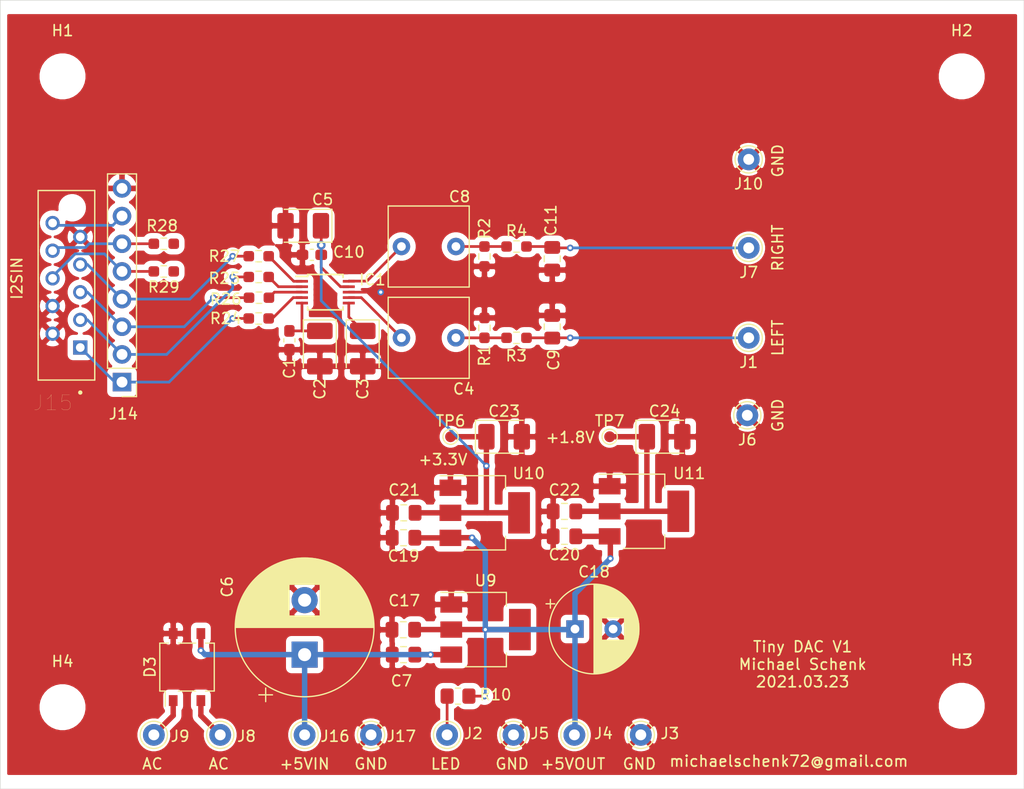
<source format=kicad_pcb>
(kicad_pcb (version 20171130) (host pcbnew 5.1.9-73d0e3b20d~88~ubuntu16.04.1)
  (layers (0 F.Cu mixed) (31 B.Cu mixed) (34 B.Paste user) (35 F.Paste user) (36 B.SilkS user) (37 F.SilkS user) (38 B.Mask user) (39 F.Mask user) (44 Edge.Cuts user))
  (net 0 "")
  (net 1 "Net-(C1-Pad2)")
  (net 2 GND)
  (net 3 +3V3)
  (net 4 "Net-(C6-Pad1)")
  (net 5 "Net-(D3-Pad2)")
  (net 6 "Net-(D3-Pad1)")
  (net 7 "Net-(J2-Pad1)")
  (net 8 +1V8)
  (net 9 "Net-(C17-Pad1)")
  (net 10 BCKA)
  (net 11 LRCKA)
  (net 12 SDOUTA)
  (net 13 "Net-(C4-Pad1)")
  (net 14 "Net-(C9-Pad2)")
  (net 15 "Net-(C3-Pad1)")
  (net 16 "Net-(C4-Pad2)")
  (net 17 "Net-(C8-Pad2)")
  (net 18 "Net-(C8-Pad1)")
  (net 19 "Net-(C11-Pad2)")
  (net 20 MCLK)
  (net 21 RESET)
  (net 22 "Net-(J14-Pad6)")
  (net 23 "Net-(J14-Pad5)")
  (net 24 "Net-(J14-Pad4)")
  (net 25 "Net-(J14-Pad3)")
  (net 26 "Net-(J14-Pad2)")
  (net 27 "Net-(J14-Pad1)")
  (module Capacitor_Tantalum_SMD:CP_EIA-3528-21_Kemet-B_Pad1.50x2.35mm_HandSolder (layer F.Cu) (at 137.287 86.588 270)
    (fp_text reference C2 (at 3.709 0 90) (layer F.SilkS))
    (fp_text value 10uF)
    (pad 2 smd roundrect (at 1.625 0 270) (size 1.5 2.35) (layers F.Cu F.Paste F.Mask) (roundrect_rratio 0.166667) (net 2 GND))
    (pad 1 smd roundrect (at -1.625 0 270) (size 1.5 2.35) (layers F.Cu F.Paste F.Mask) (roundrect_rratio 0.166667) (net 1 "Net-(C1-Pad2)"))
  )
  (module Resistor_SMD:R_0603_1608Metric_Pad0.98x0.95mm_HandSolder (layer F.Cu) (at 122.9595 79.502 180)
    (fp_text reference R29 (at 0 -1.43) (layer F.SilkS))
    (fp_text value 33R)
    (pad 2 smd roundrect (at 0.9125 0 180) (size 0.975 0.95) (layers F.Cu F.Paste F.Mask) (net 23 "Net-(J14-Pad5)"))
    (pad 1 smd roundrect (at -0.9125 0 180) (size 0.975 0.95) (layers F.Cu F.Paste F.Mask))
  )
  (module Resistor_SMD:R_0603_1608Metric_Pad0.98x0.95mm_HandSolder (layer F.Cu) (at 122.9595 76.962 180)
    (fp_text reference R28 (at 0.1505 1.651) (layer F.SilkS))
    (fp_text value 33R)
    (pad 2 smd roundrect (at 0.9125 0 180) (size 0.975 0.95) (layers F.Cu F.Paste F.Mask) (net 22 "Net-(J14-Pad6)"))
    (pad 1 smd roundrect (at -0.9125 0 180) (size 0.975 0.95) (layers F.Cu F.Paste F.Mask))
  )
  (module Resistor_SMD:R_0603_1608Metric_Pad0.98x0.95mm_HandSolder (layer F.Cu) (at 131.6755 78.105)
    (fp_text reference R27 (at -3.1515 0) (layer F.SilkS))
    (fp_text value 33R)
    (pad 2 smd roundrect (at 0.9125 0) (size 0.975 0.95) (layers F.Cu F.Paste F.Mask) (net 12 SDOUTA))
    (pad 1 smd roundrect (at -0.9125 0) (size 0.975 0.95) (layers F.Cu F.Paste F.Mask) (net 24 "Net-(J14-Pad4)"))
  )
  (module Resistor_SMD:R_0603_1608Metric_Pad0.98x0.95mm_HandSolder (layer F.Cu) (at 131.699 81.915)
    (fp_text reference R26 (at -3.048 0.127) (layer F.SilkS))
    (fp_text value 33R)
    (pad 2 smd roundrect (at 0.9125 0) (size 0.975 0.95) (layers F.Cu F.Paste F.Mask) (net 11 LRCKA))
    (pad 1 smd roundrect (at -0.9125 0) (size 0.975 0.95) (layers F.Cu F.Paste F.Mask) (net 25 "Net-(J14-Pad3)"))
  )
  (module Resistor_SMD:R_0603_1608Metric_Pad0.98x0.95mm_HandSolder (layer F.Cu) (at 131.6755 80.01)
    (fp_text reference R25 (at -3.1515 0.127) (layer F.SilkS))
    (fp_text value 33R)
    (pad 2 smd roundrect (at 0.9125 0) (size 0.975 0.95) (layers F.Cu F.Paste F.Mask) (net 10 BCKA))
    (pad 1 smd roundrect (at -0.9125 0) (size 0.975 0.95) (layers F.Cu F.Paste F.Mask) (net 26 "Net-(J14-Pad2)"))
  )
  (module Resistor_SMD:R_0603_1608Metric_Pad0.98x0.95mm_HandSolder (layer F.Cu) (at 131.6755 83.82)
    (fp_text reference R24 (at -3.0245 0) (layer F.SilkS))
    (fp_text value 33R)
    (pad 2 smd roundrect (at 0.9125 0) (size 0.975 0.95) (layers F.Cu F.Paste F.Mask) (net 20 MCLK))
    (pad 1 smd roundrect (at -0.9125 0) (size 0.975 0.95) (layers F.Cu F.Paste F.Mask) (net 27 "Net-(J14-Pad1)"))
  )
  (module Resistor_SMD:R_0603_1608Metric_Pad0.98x0.95mm_HandSolder (layer F.Cu) (at 155.3445 77.216)
    (fp_text reference R4 (at 0 -1.43) (layer F.SilkS))
    (fp_text value 470R)
    (pad 2 smd roundrect (at 0.9125 0) (size 0.975 0.95) (layers F.Cu F.Paste F.Mask) (net 19 "Net-(C11-Pad2)"))
    (pad 1 smd roundrect (at -0.9125 0) (size 0.975 0.95) (layers F.Cu F.Paste F.Mask) (net 18 "Net-(C8-Pad1)"))
  )
  (module Resistor_SMD:R_0603_1608Metric_Pad0.98x0.95mm_HandSolder (layer F.Cu) (at 152.4 78.1285 90)
    (fp_text reference R2 (at 2.5635 0 90) (layer F.SilkS))
    (fp_text value 10k)
    (pad 2 smd roundrect (at 0.9125 0 90) (size 0.975 0.95) (layers F.Cu F.Paste F.Mask) (net 18 "Net-(C8-Pad1)"))
    (pad 1 smd roundrect (at -0.9125 0 90) (size 0.975 0.95) (layers F.Cu F.Paste F.Mask) (net 2 GND))
  )
  (module Resistor_SMD:R_0603_1608Metric_Pad0.98x0.95mm_HandSolder (layer F.Cu) (at 152.4 84.6855 270)
    (fp_text reference R1 (at 2.5635 0 90) (layer F.SilkS))
    (fp_text value 10k)
    (pad 2 smd roundrect (at 0.9125 0 270) (size 0.975 0.95) (layers F.Cu F.Paste F.Mask) (net 13 "Net-(C4-Pad1)"))
    (pad 1 smd roundrect (at -0.9125 0 270) (size 0.975 0.95) (layers F.Cu F.Paste F.Mask) (net 2 GND))
  )
  (module kicad-snk:TE_CONN_RCPT_10POS_0.1_TIN_PCB (layer F.Cu) (at 115.294 86.49 90)
    (fp_text reference J15 (at -5.077 -2.518 180) (layer F.SilkS) (effects (font (size 1.40137 1.40137) (thickness 0.015))))
    (fp_text value A)
    (pad 1 thru_hole rect (at 0 0 90) (size 1.308 1.308) (drill 0.8) (layers *.Cu *.Mask) (net 27 "Net-(J14-Pad1)"))
    (pad 2 thru_hole circle (at 1.27 -2.54 90) (size 1.308 1.308) (drill 0.8) (layers *.Cu *.Mask) (net 2 GND))
    (pad 3 thru_hole circle (at 2.54 0 90) (size 1.308 1.308) (drill 0.8) (layers *.Cu *.Mask) (net 26 "Net-(J14-Pad2)"))
    (pad 4 thru_hole circle (at 3.81 -2.54 90) (size 1.308 1.308) (drill 0.8) (layers *.Cu *.Mask) (net 2 GND))
    (pad 5 thru_hole circle (at 5.08 0 90) (size 1.308 1.308) (drill 0.8) (layers *.Cu *.Mask) (net 25 "Net-(J14-Pad3)"))
    (pad 6 thru_hole circle (at 6.35 -2.54 90) (size 1.308 1.308) (drill 0.8) (layers *.Cu *.Mask) (net 23 "Net-(J14-Pad5)"))
    (pad 7 thru_hole circle (at 7.62 0 90) (size 1.308 1.308) (drill 0.8) (layers *.Cu *.Mask) (net 24 "Net-(J14-Pad4)"))
    (pad 8 thru_hole circle (at 8.89 -2.54 90) (size 1.308 1.308) (drill 0.8) (layers *.Cu *.Mask) (net 22 "Net-(J14-Pad6)"))
    (pad 9 thru_hole circle (at 10.16 0 90) (size 1.308 1.308) (drill 0.8) (layers *.Cu *.Mask) (net 2 GND))
    (pad 10 thru_hole circle (at 11.43 -2.54 90) (size 1.308 1.308) (drill 0.8) (layers *.Cu *.Mask) (net 21 RESET))
    (pad None np_thru_hole circle (at 12.83 -0.74 90) (size 1.5 1.5) (drill 1.5) (layers *.Cu *.Mask))
  )
  (module Connector_PinHeader_2.54mm:PinHeader_1x08_P2.54mm_Vertical (layer F.Cu) (at 119.126 89.662 180)
    (fp_text reference J14 (at -0.127 -2.921) (layer F.SilkS))
    (fp_text value PORTA)
    (pad 8 thru_hole oval (at 0 17.78 180) (size 1.7 1.7) (drill 1) (layers *.Cu *.Mask) (net 2 GND))
    (pad 7 thru_hole oval (at 0 15.24 180) (size 1.7 1.7) (drill 1) (layers *.Cu *.Mask) (net 21 RESET))
    (pad 6 thru_hole oval (at 0 12.7 180) (size 1.7 1.7) (drill 1) (layers *.Cu *.Mask) (net 22 "Net-(J14-Pad6)"))
    (pad 5 thru_hole oval (at 0 10.16 180) (size 1.7 1.7) (drill 1) (layers *.Cu *.Mask) (net 23 "Net-(J14-Pad5)"))
    (pad 4 thru_hole oval (at 0 7.62 180) (size 1.7 1.7) (drill 1) (layers *.Cu *.Mask) (net 24 "Net-(J14-Pad4)"))
    (pad 3 thru_hole oval (at 0 5.08 180) (size 1.7 1.7) (drill 1) (layers *.Cu *.Mask) (net 25 "Net-(J14-Pad3)"))
    (pad 2 thru_hole oval (at 0 2.54 180) (size 1.7 1.7) (drill 1) (layers *.Cu *.Mask) (net 26 "Net-(J14-Pad2)"))
    (pad 1 thru_hole rect (at 0 0 180) (size 1.7 1.7) (drill 1) (layers *.Cu *.Mask) (net 27 "Net-(J14-Pad1)"))
  )
  (module Connector_Pin:Pin_D1.0mm_L10.0mm (layer F.Cu) (at 176.657 77.343)
    (fp_text reference J7 (at 0 2.25) (layer F.SilkS))
    (fp_text value RIGHT)
    (pad 1 thru_hole circle (at 0 0) (size 2 2) (drill 1) (layers *.Cu *.Mask) (net 19 "Net-(C11-Pad2)"))
  )
  (module Connector_Pin:Pin_D1.0mm_L10.0mm (layer F.Cu) (at 176.53 92.71)
    (fp_text reference J6 (at 0 2.25) (layer F.SilkS))
    (fp_text value GND)
    (pad 1 thru_hole circle (at 0 0) (size 2 2) (drill 1) (layers *.Cu *.Mask) (net 2 GND))
  )
  (module Connector_Pin:Pin_D1.0mm_L10.0mm (layer F.Cu) (at 176.657 85.598)
    (fp_text reference J1 (at 0 2.25) (layer F.SilkS))
    (fp_text value LEFT)
    (pad 1 thru_hole circle (at 0 0) (size 2 2) (drill 1) (layers *.Cu *.Mask) (net 14 "Net-(C9-Pad2)"))
  )
  (module Package_SO:TSSOP-10_3x3mm_P0.5mm (layer F.Cu) (at 137.795 81.407)
    (fp_text reference IC1 (at 4.318 -1.143) (layer F.SilkS))
    (fp_text value CS4344)
    (pad 10 smd rect (at 2.15 -1) (size 1.1 0.25) (layers F.Cu F.Paste F.Mask) (net 17 "Net-(C8-Pad2)"))
    (pad 9 smd rect (at 2.15 -0.5) (size 1.1 0.25) (layers F.Cu F.Paste F.Mask) (net 3 +3V3))
    (pad 8 smd rect (at 2.15 0) (size 1.1 0.25) (layers F.Cu F.Paste F.Mask) (net 2 GND))
    (pad 7 smd rect (at 2.15 0.5) (size 1.1 0.25) (layers F.Cu F.Paste F.Mask) (net 16 "Net-(C4-Pad2)"))
    (pad 6 smd rect (at 2.15 1) (size 1.1 0.25) (layers F.Cu F.Paste F.Mask) (net 15 "Net-(C3-Pad1)"))
    (pad 5 smd rect (at -2.15 1) (size 1.1 0.25) (layers F.Cu F.Paste F.Mask) (net 1 "Net-(C1-Pad2)"))
    (pad 4 smd rect (at -2.15 0.5) (size 1.1 0.25) (layers F.Cu F.Paste F.Mask) (net 20 MCLK))
    (pad 3 smd rect (at -2.15 0) (size 1.1 0.25) (layers F.Cu F.Paste F.Mask) (net 11 LRCKA))
    (pad 2 smd rect (at -2.15 -0.5) (size 1.1 0.25) (layers F.Cu F.Paste F.Mask) (net 10 BCKA))
    (pad 1 smd rect (at -2.15 -1) (size 1.1 0.25) (layers F.Cu F.Paste F.Mask) (net 12 SDOUTA))
  )
  (module Capacitor_SMD:C_0805_2012Metric_Pad1.18x1.45mm_HandSolder (layer F.Cu) (at 158.623 78.3375 90)
    (fp_text reference C11 (at 3.5345 -0.127 90) (layer F.SilkS))
    (fp_text value 2.7nF)
    (pad 2 smd roundrect (at 1.0375 0 90) (size 1.175 1.45) (layers F.Cu F.Paste F.Mask) (roundrect_rratio 0.212766) (net 19 "Net-(C11-Pad2)"))
    (pad 1 smd roundrect (at -1.0375 0 90) (size 1.175 1.45) (layers F.Cu F.Paste F.Mask) (roundrect_rratio 0.212766) (net 2 GND))
  )
  (module Capacitor_Tantalum_SMD:CP_EIA-3528-21_Kemet-B_Pad1.50x2.35mm_HandSolder (layer F.Cu) (at 135.763 75.311 180)
    (fp_text reference C10 (at -4.191 -2.413) (layer F.SilkS))
    (fp_text value 10uF)
    (pad 2 smd roundrect (at 1.625 0 180) (size 1.5 2.35) (layers F.Cu F.Paste F.Mask) (roundrect_rratio 0.166667) (net 2 GND))
    (pad 1 smd roundrect (at -1.625 0 180) (size 1.5 2.35) (layers F.Cu F.Paste F.Mask) (roundrect_rratio 0.166667) (net 3 +3V3))
  )
  (module Capacitor_THT:C_Rect_L7.2mm_W7.2mm_P5.00mm_FKS2_FKP2_MKS2_MKP2 (layer F.Cu) (at 149.78 77.216 180)
    (fp_text reference C8 (at -0.334 4.572) (layer F.SilkS))
    (fp_text value 3.3uF)
    (pad 2 thru_hole circle (at 5 0 180) (size 1.6 1.6) (drill 0.8) (layers *.Cu *.Mask) (net 17 "Net-(C8-Pad2)"))
    (pad 1 thru_hole circle (at 0 0 180) (size 1.6 1.6) (drill 0.8) (layers *.Cu *.Mask) (net 18 "Net-(C8-Pad1)"))
  )
  (module Capacitor_SMD:C_0603_1608Metric_Pad1.08x0.95mm_HandSolder (layer F.Cu) (at 136.5515 77.978)
    (fp_text reference C5 (at 0.9895 -5.08) (layer F.SilkS))
    (fp_text value 100nF)
    (pad 2 smd roundrect (at 0.8625 0) (size 1.075 0.95) (layers F.Cu F.Paste F.Mask) (net 3 +3V3))
    (pad 1 smd roundrect (at -0.8625 0) (size 1.075 0.95) (layers F.Cu F.Paste F.Mask) (net 2 GND))
  )
  (module Capacitor_THT:C_Rect_L7.2mm_W7.2mm_P5.00mm_FKS2_FKP2_MKS2_MKP2 (layer F.Cu) (at 149.78 85.598 180)
    (fp_text reference C4 (at -0.715 -4.699) (layer F.SilkS))
    (fp_text value 3.3uF)
    (pad 2 thru_hole circle (at 5 0 180) (size 1.6 1.6) (drill 0.8) (layers *.Cu *.Mask) (net 16 "Net-(C4-Pad2)"))
    (pad 1 thru_hole circle (at 0 0 180) (size 1.6 1.6) (drill 0.8) (layers *.Cu *.Mask) (net 13 "Net-(C4-Pad1)"))
  )
  (module Capacitor_Tantalum_SMD:CP_EIA-3528-21_Kemet-B_Pad1.50x2.35mm_HandSolder (layer F.Cu) (at 141.224 86.588 270)
    (fp_text reference C3 (at 3.709 0 90) (layer F.SilkS))
    (fp_text value 10uF)
    (pad 2 smd roundrect (at 1.625 0 270) (size 1.5 2.35) (layers F.Cu F.Paste F.Mask) (roundrect_rratio 0.166667) (net 2 GND))
    (pad 1 smd roundrect (at -1.625 0 270) (size 1.5 2.35) (layers F.Cu F.Paste F.Mask) (roundrect_rratio 0.166667) (net 15 "Net-(C3-Pad1)"))
  )
  (module Resistor_SMD:R_0603_1608Metric_Pad0.98x0.95mm_HandSolder (layer F.Cu) (at 155.3445 85.598)
    (fp_text reference R3 (at -0.0235 1.651) (layer F.SilkS))
    (fp_text value 470R)
    (pad 2 smd roundrect (at 0.9125 0) (size 0.975 0.95) (layers F.Cu F.Paste F.Mask) (net 14 "Net-(C9-Pad2)"))
    (pad 1 smd roundrect (at -0.9125 0) (size 0.975 0.95) (layers F.Cu F.Paste F.Mask) (net 13 "Net-(C4-Pad1)"))
  )
  (module Connector_Pin:Pin_D1.0mm_L10.0mm (layer F.Cu) (at 176.657 69.215)
    (fp_text reference J10 (at 0 2.25) (layer F.SilkS))
    (fp_text value GND)
    (pad 1 thru_hole circle (at 0 0) (size 2 2) (drill 1) (layers *.Cu *.Mask) (net 2 GND))
  )
  (module Capacitor_SMD:C_0805_2012Metric_Pad1.18x1.45mm_HandSolder (layer F.Cu) (at 158.623 84.582 270)
    (fp_text reference C9 (at 3.048 -0.127 90) (layer F.SilkS))
    (fp_text value 2.7nF)
    (pad 2 smd roundrect (at 1.0375 0 270) (size 1.175 1.45) (layers F.Cu F.Paste F.Mask) (roundrect_rratio 0.212766) (net 14 "Net-(C9-Pad2)"))
    (pad 1 smd roundrect (at -1.0375 0 270) (size 1.175 1.45) (layers F.Cu F.Paste F.Mask) (roundrect_rratio 0.212766) (net 2 GND))
  )
  (module Capacitor_SMD:C_0603_1608Metric_Pad1.08x0.95mm_HandSolder (layer F.Cu) (at 134.493 85.8255 90)
    (fp_text reference C1 (at -2.5665 0 90) (layer F.SilkS))
    (fp_text value 100nF)
    (pad 2 smd roundrect (at 0.8625 0 90) (size 1.075 0.95) (layers F.Cu F.Paste F.Mask) (net 1 "Net-(C1-Pad2)"))
    (pad 1 smd roundrect (at -0.8625 0 90) (size 1.075 0.95) (layers F.Cu F.Paste F.Mask) (net 2 GND))
  )
  (module Connector_Pin:Pin_D1.0mm_L10.0mm (layer F.Cu) (at 141.986 122.047)
    (fp_text reference J17 (at 2.794 0.127) (layer F.SilkS))
    (fp_text value GND)
    (pad 1 thru_hole circle (at 0 0) (size 2 2) (drill 1) (layers *.Cu *.Mask) (net 2 GND))
  )
  (module Connector_Pin:Pin_D1.0mm_L10.0mm (layer F.Cu) (at 135.89 122.047)
    (fp_text reference J16 (at 2.794 0.127) (layer F.SilkS))
    (fp_text value +5VIN)
    (pad 1 thru_hole circle (at 0 0) (size 2 2) (drill 1) (layers *.Cu *.Mask) (net 4 "Net-(C6-Pad1)"))
  )
  (module Package_TO_SOT_SMD:SOT-223-3_TabPin2 (layer F.Cu) (at 167.0435 101.5225)
    (fp_text reference U11 (at 4.1525 -3.4785) (layer F.SilkS))
    (fp_text value TLV1117-18)
    (pad 1 smd rect (at -3.15 -2.3) (size 2 1.5) (layers F.Cu F.Paste F.Mask) (net 2 GND))
    (pad 3 smd rect (at -3.15 2.3) (size 2 1.5) (layers F.Cu F.Paste F.Mask) (net 9 "Net-(C17-Pad1)"))
    (pad 2 smd rect (at -3.15 0) (size 2 1.5) (layers F.Cu F.Paste F.Mask) (net 8 +1V8))
    (pad 2 smd rect (at 3.15 0) (size 2 3.8) (layers F.Cu F.Paste F.Mask) (net 8 +1V8))
  )
  (module Package_TO_SOT_SMD:SOT-223-3_TabPin2 (layer F.Cu) (at 152.425 101.6635)
    (fp_text reference U10 (at 4.039 -3.6195) (layer F.SilkS))
    (fp_text value TLV1117-33)
    (pad 1 smd rect (at -3.15 -2.3) (size 2 1.5) (layers F.Cu F.Paste F.Mask) (net 2 GND))
    (pad 3 smd rect (at -3.15 2.3) (size 2 1.5) (layers F.Cu F.Paste F.Mask) (net 9 "Net-(C17-Pad1)"))
    (pad 2 smd rect (at -3.15 0) (size 2 1.5) (layers F.Cu F.Paste F.Mask) (net 3 +3V3))
    (pad 2 smd rect (at 3.15 0) (size 2 3.8) (layers F.Cu F.Paste F.Mask) (net 3 +3V3))
  )
  (module Package_TO_SOT_SMD:SOT-223-3_TabPin2 (layer F.Cu) (at 152.502 112.381)
    (fp_text reference U9 (at 0 -4.5) (layer F.SilkS))
    (fp_text value TLV1117-50)
    (pad 1 smd rect (at -3.15 -2.3) (size 2 1.5) (layers F.Cu F.Paste F.Mask) (net 2 GND))
    (pad 3 smd rect (at -3.15 2.3) (size 2 1.5) (layers F.Cu F.Paste F.Mask) (net 4 "Net-(C6-Pad1)"))
    (pad 2 smd rect (at -3.15 0) (size 2 1.5) (layers F.Cu F.Paste F.Mask) (net 9 "Net-(C17-Pad1)"))
    (pad 2 smd rect (at 3.15 0) (size 2 3.8) (layers F.Cu F.Paste F.Mask) (net 9 "Net-(C17-Pad1)"))
  )
  (module TestPoint:TestPoint_Pad_D1.0mm (layer F.Cu) (at 163.8935 94.6785)
    (fp_text reference TP7 (at 0 -1.448) (layer F.SilkS))
    (fp_text value 1.8V)
    (pad 1 smd circle (at 0 0) (size 1 1) (layers F.Cu F.Mask) (net 8 +1V8))
  )
  (module TestPoint:TestPoint_Pad_D1.0mm (layer F.Cu) (at 149.2885 94.6785)
    (fp_text reference TP6 (at 0 -1.448) (layer F.SilkS))
    (fp_text value 3.3V)
    (pad 1 smd circle (at 0 0) (size 1 1) (layers F.Cu F.Mask) (net 3 +3V3))
  )
  (module Capacitor_Tantalum_SMD:CP_EIA-3528-21_Kemet-B_Pad1.50x2.35mm_HandSolder (layer F.Cu) (at 168.936 94.6785)
    (fp_text reference C24 (at 0 -2.35) (layer F.SilkS))
    (fp_text value 10uF)
    (pad 2 smd roundrect (at 1.625 0) (size 1.5 2.35) (layers F.Cu F.Paste F.Mask) (roundrect_rratio 0.1666666666666667) (net 2 GND))
    (pad 1 smd roundrect (at -1.625 0) (size 1.5 2.35) (layers F.Cu F.Paste F.Mask) (roundrect_rratio 0.1666666666666667) (net 8 +1V8))
  )
  (module Capacitor_Tantalum_SMD:CP_EIA-3528-21_Kemet-B_Pad1.50x2.35mm_HandSolder (layer F.Cu) (at 154.204 94.6785)
    (fp_text reference C23 (at 0 -2.35) (layer F.SilkS))
    (fp_text value 10uF)
    (pad 2 smd roundrect (at 1.625 0) (size 1.5 2.35) (layers F.Cu F.Paste F.Mask) (roundrect_rratio 0.1666666666666667) (net 2 GND))
    (pad 1 smd roundrect (at -1.625 0) (size 1.5 2.35) (layers F.Cu F.Paste F.Mask) (roundrect_rratio 0.1666666666666667) (net 3 +3V3))
  )
  (module Capacitor_SMD:C_0805_2012Metric_Pad1.18x1.45mm_HandSolder (layer F.Cu) (at 159.7445 101.5365 180)
    (fp_text reference C22 (at 0 1.9685) (layer F.SilkS))
    (fp_text value 100nF)
    (pad 2 smd roundrect (at 1.0375 0 180) (size 1.175 1.45) (layers F.Cu F.Paste F.Mask) (roundrect_rratio 0.2127659574468085) (net 2 GND))
    (pad 1 smd roundrect (at -1.0375 0 180) (size 1.175 1.45) (layers F.Cu F.Paste F.Mask) (roundrect_rratio 0.2127659574468085) (net 8 +1V8))
  )
  (module Capacitor_SMD:C_0805_2012Metric_Pad1.18x1.45mm_HandSolder (layer F.Cu) (at 144.992 101.6635 180)
    (fp_text reference C21 (at -0.042 2.0955) (layer F.SilkS))
    (fp_text value 100nF)
    (pad 2 smd roundrect (at 1.0375 0 180) (size 1.175 1.45) (layers F.Cu F.Paste F.Mask) (roundrect_rratio 0.2127659574468085) (net 2 GND))
    (pad 1 smd roundrect (at -1.0375 0 180) (size 1.175 1.45) (layers F.Cu F.Paste F.Mask) (roundrect_rratio 0.2127659574468085) (net 3 +3V3))
  )
  (module Capacitor_SMD:C_0805_2012Metric_Pad1.18x1.45mm_HandSolder (layer F.Cu) (at 159.7445 103.8225 180)
    (fp_text reference C20 (at 0 -1.68) (layer F.SilkS))
    (fp_text value 330nF)
    (pad 2 smd roundrect (at 1.0375 0 180) (size 1.175 1.45) (layers F.Cu F.Paste F.Mask) (roundrect_rratio 0.2127659574468085) (net 2 GND))
    (pad 1 smd roundrect (at -1.0375 0 180) (size 1.175 1.45) (layers F.Cu F.Paste F.Mask) (roundrect_rratio 0.2127659574468085) (net 9 "Net-(C17-Pad1)"))
  )
  (module Capacitor_SMD:C_0805_2012Metric_Pad1.18x1.45mm_HandSolder (layer F.Cu) (at 144.9705 103.9495 180)
    (fp_text reference C19 (at 0 -1.68) (layer F.SilkS))
    (fp_text value 330nF)
    (pad 2 smd roundrect (at 1.0375 0 180) (size 1.175 1.45) (layers F.Cu F.Paste F.Mask) (roundrect_rratio 0.2127659574468085) (net 2 GND))
    (pad 1 smd roundrect (at -1.0375 0 180) (size 1.175 1.45) (layers F.Cu F.Paste F.Mask) (roundrect_rratio 0.2127659574468085) (net 9 "Net-(C17-Pad1)"))
  )
  (module Capacitor_THT:CP_Radial_D8.0mm_P3.50mm (layer F.Cu) (at 160.711 112.3315)
    (fp_text reference C18 (at 1.75 -5.25) (layer F.SilkS))
    (fp_text value 100uF)
    (pad 2 thru_hole circle (at 3.5 0) (size 1.6 1.6) (drill 0.8) (layers *.Cu *.Mask) (net 2 GND))
    (pad 1 thru_hole rect (at 0 0) (size 1.6 1.6) (drill 0.8) (layers *.Cu *.Mask) (net 9 "Net-(C17-Pad1)"))
  )
  (module Capacitor_SMD:C_0805_2012Metric_Pad1.18x1.45mm_HandSolder (layer F.Cu) (at 144.949 112.395 180)
    (fp_text reference C17 (at -0.085 2.667) (layer F.SilkS))
    (fp_text value 100nF)
    (pad 2 smd roundrect (at 1.0375 0 180) (size 1.175 1.45) (layers F.Cu F.Paste F.Mask) (roundrect_rratio 0.2127659574468085) (net 2 GND))
    (pad 1 smd roundrect (at -1.0375 0 180) (size 1.175 1.45) (layers F.Cu F.Paste F.Mask) (roundrect_rratio 0.2127659574468085) (net 9 "Net-(C17-Pad1)"))
  )
  (module Resistor_SMD:R_0805_2012Metric_Pad1.20x1.40mm_HandSolder (layer F.Cu) (at 149.971 118.491)
    (fp_text reference R10 (at 3.445 -0.127) (layer F.SilkS))
    (fp_text value 330R)
    (pad 2 smd roundrect (at 1 0) (size 1.2 1.4) (layers F.Cu F.Paste F.Mask) (roundrect_rratio 0.2083325) (net 9 "Net-(C17-Pad1)"))
    (pad 1 smd roundrect (at -1 0) (size 1.2 1.4) (layers F.Cu F.Paste F.Mask) (roundrect_rratio 0.2083325) (net 7 "Net-(J2-Pad1)"))
  )
  (module Connector_Pin:Pin_D1.0mm_L10.0mm (layer F.Cu) (at 122.047 122.047)
    (fp_text reference J9 (at 2.413 0.127) (layer F.SilkS))
    (fp_text value AC)
    (pad 1 thru_hole circle (at 0 0) (size 2 2) (drill 1) (layers *.Cu *.Mask) (net 6 "Net-(D3-Pad1)"))
  )
  (module Connector_Pin:Pin_D1.0mm_L10.0mm (layer F.Cu) (at 128.143 122.047)
    (fp_text reference J8 (at 2.413 0.127) (layer F.SilkS))
    (fp_text value AC)
    (pad 1 thru_hole circle (at 0 0) (size 2 2) (drill 1) (layers *.Cu *.Mask) (net 5 "Net-(D3-Pad2)"))
  )
  (module Connector_Pin:Pin_D1.0mm_L10.0mm (layer F.Cu) (at 155.067 122.047)
    (fp_text reference J5 (at 2.413 -0.127) (layer F.SilkS))
    (fp_text value GND)
    (pad 1 thru_hole circle (at 0 0) (size 2 2) (drill 1) (layers *.Cu *.Mask) (net 2 GND))
  )
  (module Connector_Pin:Pin_D1.0mm_L10.0mm (layer F.Cu) (at 160.655 122.047)
    (fp_text reference J4 (at 2.667 -0.127) (layer F.SilkS))
    (fp_text value +5VOUT)
    (pad 1 thru_hole circle (at 0 0) (size 2 2) (drill 1) (layers *.Cu *.Mask) (net 9 "Net-(C17-Pad1)"))
  )
  (module Connector_Pin:Pin_D1.0mm_L10.0mm (layer F.Cu) (at 166.751 122.047)
    (fp_text reference J3 (at 2.667 -0.127) (layer F.SilkS))
    (fp_text value GND)
    (pad 1 thru_hole circle (at 0 0) (size 2 2) (drill 1) (layers *.Cu *.Mask) (net 2 GND))
  )
  (module Connector_Pin:Pin_D1.0mm_L10.0mm (layer F.Cu) (at 148.971 122.047)
    (fp_text reference J2 (at 2.413 -0.127) (layer F.SilkS))
    (fp_text value LED)
    (pad 1 thru_hole circle (at 0 0) (size 2 2) (drill 1) (layers *.Cu *.Mask) (net 7 "Net-(J2-Pad1)"))
  )
  (module MountingHole:MountingHole_3.2mm_M3 (layer F.Cu) (at 113.665 119.507)
    (fp_text reference H4 (at 0 -4.2) (layer F.SilkS))
    (fp_text value MountingHole)
    (pad 1 np_thru_hole circle (at 0 0) (size 3.2 3.2) (drill 3.2) (layers *.Cu *.Mask))
  )
  (module MountingHole:MountingHole_3.2mm_M3 (layer F.Cu) (at 196.215 119.38)
    (fp_text reference H3 (at 0 -4.2) (layer F.SilkS))
    (fp_text value MountingHole)
    (pad 1 np_thru_hole circle (at 0 0) (size 3.2 3.2) (drill 3.2) (layers *.Cu *.Mask))
  )
  (module MountingHole:MountingHole_3.2mm_M3 (layer F.Cu) (at 196.215 61.595)
    (fp_text reference H2 (at 0 -4.2) (layer F.SilkS))
    (fp_text value MountingHole)
    (pad 1 np_thru_hole circle (at 0 0) (size 3.2 3.2) (drill 3.2) (layers *.Cu *.Mask))
  )
  (module MountingHole:MountingHole_3.2mm_M3 (layer F.Cu) (at 113.665 61.595)
    (fp_text reference H1 (at 0 -4.2) (layer F.SilkS))
    (fp_text value MountingHole)
    (pad 1 np_thru_hole circle (at 0 0) (size 3.2 3.2) (drill 3.2) (layers *.Cu *.Mask))
  )
  (module Package_TO_SOT_SMD:TO-269AA (layer F.Cu) (at 125.095 115.824 90)
    (fp_text reference D3 (at 0 -3.4 90) (layer F.SilkS))
    (fp_text value MB4S)
    (pad 4 smd rect (at 3.075 -1.27 90) (size 1 0.8) (layers F.Cu F.Paste F.Mask) (net 2 GND))
    (pad 3 smd rect (at 3.075 1.27 90) (size 1 0.8) (layers F.Cu F.Paste F.Mask) (net 4 "Net-(C6-Pad1)"))
    (pad 2 smd rect (at -3.075 1.27 90) (size 1 0.8) (layers F.Cu F.Paste F.Mask) (net 5 "Net-(D3-Pad2)"))
    (pad 1 smd rect (at -3.075 -1.27 90) (size 1 0.8) (layers F.Cu F.Paste F.Mask) (net 6 "Net-(D3-Pad1)"))
  )
  (module Capacitor_SMD:C_0805_2012Metric_Pad1.18x1.45mm_HandSolder (layer F.Cu) (at 144.9705 114.681 180)
    (fp_text reference C7 (at 0.1905 -2.413) (layer F.SilkS))
    (fp_text value 330nF)
    (pad 2 smd roundrect (at 1.0375 0 180) (size 1.175 1.45) (layers F.Cu F.Paste F.Mask) (roundrect_rratio 0.2127659574468085) (net 2 GND))
    (pad 1 smd roundrect (at -1.0375 0 180) (size 1.175 1.45) (layers F.Cu F.Paste F.Mask) (roundrect_rratio 0.2127659574468085) (net 4 "Net-(C6-Pad1)"))
  )
  (module Capacitor_THT:CP_Radial_D12.5mm_P5.00mm (layer F.Cu) (at 135.89 114.681 90)
    (fp_text reference C6 (at 6.223 -7.112 90) (layer F.SilkS))
    (fp_text value 1000uF)
    (pad 2 thru_hole circle (at 5 0 90) (size 2.4 2.4) (drill 1.2) (layers *.Cu *.Mask) (net 2 GND))
    (pad 1 thru_hole rect (at 0 0 90) (size 2.4 2.4) (drill 1.2) (layers *.Cu *.Mask) (net 4 "Net-(C6-Pad1)"))
  )
  (gr_text I2SIN (at 109.474 80.137 90) (layer F.SilkS) (effects (font (size 1 1))))
  (gr_text LEFT (at 179.324 85.598 90) (layer F.SilkS) (effects (font (size 1 1))))
  (gr_text GND (at 179.324 92.71 90) (layer F.SilkS) (effects (font (size 1 1))))
  (gr_text GND (at 179.324 69.342 90) (layer F.SilkS) (effects (font (size 1 1))))
  (gr_text RIGHT (at 179.324 77.343 90) (layer F.SilkS) (effects (font (size 1 1))))
  (gr_text +3.3V (at 148.59 96.774) (layer F.SilkS) (effects (font (size 1 1))))
  (gr_text +1.8V (at 160.274 94.742) (layer F.SilkS) (effects (font (size 1 1))))
  (gr_text +5VOUT (at 160.528 124.714) (layer F.SilkS) (effects (font (size 1 1))))
  (gr_text LED (at 148.844 124.714) (layer F.SilkS) (effects (font (size 1 1))))
  (gr_text +5VIN (at 135.89 124.714) (layer F.SilkS) (effects (font (size 1 1))))
  (gr_text GND (at 166.624 124.714) (layer F.SilkS) (effects (font (size 1 1))))
  (gr_text GND (at 154.94 124.714) (layer F.SilkS) (effects (font (size 1 1))))
  (gr_text GND (at 141.986 124.714) (layer F.SilkS) (effects (font (size 1 1))))
  (gr_text AC (at 128.016 124.714) (layer F.SilkS) (effects (font (size 1 1))))
  (gr_text AC (at 121.92 124.714) (layer F.SilkS) (effects (font (size 1 1))))
  (gr_text michaelschenk72@gmail.com (at 180.34 124.46) (layer F.SilkS) (effects (font (size 1 1))))
  (gr_text "Tiny DAC V1\nMichael Schenk\n2021.03.23" (at 181.61 115.57) (layer F.SilkS) (effects (font (size 1 1))))
  (gr_line (start 107.95 127) (end 107.95 54.61) (layer Edge.Cuts) (width 0.05))
  (gr_line (start 201.93 127) (end 107.95 127) (layer Edge.Cuts) (width 0.05))
  (gr_line (start 201.93 54.61) (end 201.93 127) (layer Edge.Cuts) (width 0.05))
  (gr_line (start 107.95 54.61) (end 201.93 54.61) (layer Edge.Cuts) (width 0.05))
  (segment (start 135.645 84.954) (end 135.636 84.963) (width 0.25) (layer F.Cu) (net 1))
  (segment (start 135.645 82.407) (end 135.645 84.954) (width 0.25) (layer F.Cu) (net 1))
  (segment (start 135.636 84.963) (end 137.287 84.963) (width 0.25) (layer F.Cu) (net 1))
  (segment (start 134.493 84.963) (end 135.636 84.963) (width 0.25) (layer F.Cu) (net 1))
  (via (at 142.875 81.407) (size 0.6) (drill 0.3) (layers F.Cu B.Cu) (net 2))
  (segment (start 139.945 81.407) (end 142.875 81.407) (width 0.25) (layer F.Cu) (net 2))
  (segment (start 152.579 101.5885) (end 152.654 101.6635) (width 0.5) (layer F.Cu) (net 3))
  (segment (start 152.654 101.6635) (end 155.575 101.6635) (width 0.5) (layer F.Cu) (net 3))
  (segment (start 149.275 101.6635) (end 152.654 101.6635) (width 0.5) (layer F.Cu) (net 3))
  (segment (start 149.275 101.6635) (end 146.0295 101.6635) (width 0.5) (layer F.Cu) (net 3))
  (segment (start 152.579 94.6785) (end 149.2885 94.6785) (width 0.5) (layer F.Cu) (net 3))
  (segment (start 152.579 94.6785) (end 152.579 96.976) (width 0.5) (layer F.Cu) (net 3))
  (segment (start 152.579 96.976) (end 152.579 97.357) (width 0.5) (layer F.Cu) (net 3))
  (segment (start 137.414 79.136002) (end 137.414 77.978) (width 0.25) (layer F.Cu) (net 3))
  (segment (start 139.184998 80.907) (end 137.414 79.136002) (width 0.25) (layer F.Cu) (net 3))
  (segment (start 139.945 80.907) (end 139.184998 80.907) (width 0.25) (layer F.Cu) (net 3))
  (segment (start 137.414 75.337) (end 137.388 75.311) (width 0.25) (layer F.Cu) (net 3))
  (segment (start 137.414 77.978) (end 137.414 77.089) (width 0.25) (layer F.Cu) (net 3))
  (segment (start 137.414 77.089) (end 137.414 75.337) (width 0.25) (layer F.Cu) (net 3))
  (via (at 137.414 77.089) (size 0.8) (drill 0.4) (layers F.Cu B.Cu) (net 3))
  (segment (start 152.579 97.357) (end 152.579 101.5885) (width 0.5) (layer F.Cu) (net 3))
  (via (at 152.579 97.357) (size 0.6) (drill 0.3) (layers F.Cu B.Cu) (net 3))
  (segment (start 137.414 82.192) (end 137.414 77.089) (width 0.25) (layer B.Cu) (net 3))
  (segment (start 152.579 97.357) (end 137.414 82.192) (width 0.25) (layer B.Cu) (net 3))
  (segment (start 149.352 114.681) (end 147.447 114.681) (width 0.5) (layer F.Cu) (net 4))
  (segment (start 147.447 114.681) (end 146.008 114.681) (width 0.5) (layer F.Cu) (net 4))
  (via (at 147.447 114.681) (size 0.6) (drill 0.3) (layers F.Cu B.Cu) (net 4))
  (via (at 126.365 114.3) (size 0.6) (drill 0.3) (layers F.Cu B.Cu) (net 4))
  (segment (start 126.746 114.681) (end 126.365 114.3) (width 0.5) (layer B.Cu) (net 4))
  (segment (start 135.89 114.681) (end 126.746 114.681) (width 0.5) (layer B.Cu) (net 4))
  (segment (start 126.365 114.3) (end 126.365 112.749) (width 0.5) (layer F.Cu) (net 4))
  (segment (start 135.89 122.047) (end 135.89 114.681) (width 0.5) (layer B.Cu) (net 4))
  (segment (start 135.89 114.681) (end 147.447 114.681) (width 0.5) (layer B.Cu) (net 4))
  (segment (start 126.365 120.269) (end 128.143 122.047) (width 0.5) (layer F.Cu) (net 5))
  (segment (start 126.365 118.899) (end 126.365 120.269) (width 0.5) (layer F.Cu) (net 5))
  (segment (start 123.825 120.269) (end 122.047 122.047) (width 0.5) (layer F.Cu) (net 6))
  (segment (start 123.825 118.899) (end 123.825 120.269) (width 0.5) (layer F.Cu) (net 6))
  (segment (start 148.971 118.491) (end 148.971 122.047) (width 0.25) (layer F.Cu) (net 7))
  (segment (start 167.311 101.4615) (end 167.372 101.5225) (width 0.5) (layer F.Cu) (net 8))
  (segment (start 167.372 101.5225) (end 170.1935 101.5225) (width 0.5) (layer F.Cu) (net 8))
  (segment (start 167.311 94.6785) (end 167.311 101.4615) (width 0.5) (layer F.Cu) (net 8))
  (segment (start 163.8935 101.5225) (end 167.372 101.5225) (width 0.5) (layer F.Cu) (net 8))
  (segment (start 167.311 94.6785) (end 165.5445 94.6785) (width 0.5) (layer F.Cu) (net 8))
  (segment (start 161.4525 101.5225) (end 161.4385 101.5365) (width 0.5) (layer F.Cu) (net 8))
  (segment (start 160.796 101.5225) (end 160.782 101.5365) (width 0.5) (layer F.Cu) (net 8))
  (segment (start 163.8935 101.5225) (end 160.796 101.5225) (width 0.5) (layer F.Cu) (net 8))
  (segment (start 165.5445 94.6785) (end 163.8935 94.6785) (width 0.5) (layer F.Cu) (net 8))
  (segment (start 163.8935 103.8225) (end 160.782 103.8225) (width 0.5) (layer F.Cu) (net 9))
  (segment (start 146.022 103.9635) (end 146.008 103.9495) (width 0.5) (layer F.Cu) (net 9))
  (segment (start 149.275 103.9635) (end 146.022 103.9635) (width 0.5) (layer F.Cu) (net 9))
  (segment (start 149.352 112.381) (end 152.4775 112.381) (width 0.5) (layer F.Cu) (net 9))
  (segment (start 146.0005 112.381) (end 145.9865 112.395) (width 0.5) (layer F.Cu) (net 9))
  (segment (start 149.352 112.381) (end 146.0005 112.381) (width 0.5) (layer F.Cu) (net 9))
  (segment (start 152.4775 112.381) (end 155.652 112.381) (width 0.5) (layer F.Cu) (net 9))
  (via (at 152.4775 112.381) (size 0.6) (drill 0.3) (layers F.Cu B.Cu) (net 9))
  (segment (start 160.6615 112.381) (end 160.711 112.3315) (width 0.5) (layer B.Cu) (net 9))
  (segment (start 152.4775 112.381) (end 160.6615 112.381) (width 0.5) (layer B.Cu) (net 9))
  (via (at 151.257 103.9495) (size 0.6) (drill 0.3) (layers F.Cu B.Cu) (net 9))
  (segment (start 152.4775 105.17) (end 151.257 103.9495) (width 0.5) (layer B.Cu) (net 9))
  (segment (start 152.4775 112.381) (end 152.4775 105.17) (width 0.5) (layer B.Cu) (net 9))
  (segment (start 149.289 103.9495) (end 149.275 103.9635) (width 0.5) (layer F.Cu) (net 9))
  (segment (start 151.257 103.9495) (end 149.289 103.9495) (width 0.5) (layer F.Cu) (net 9))
  (via (at 163.957 105.8545) (size 0.6) (drill 0.3) (layers F.Cu B.Cu) (net 9))
  (segment (start 160.711 109.1005) (end 163.957 105.8545) (width 0.5) (layer B.Cu) (net 9))
  (segment (start 160.711 112.3315) (end 160.711 109.1005) (width 0.5) (layer B.Cu) (net 9))
  (segment (start 163.957 103.886) (end 163.8935 103.8225) (width 0.5) (layer F.Cu) (net 9))
  (segment (start 163.957 105.8545) (end 163.957 103.886) (width 0.5) (layer F.Cu) (net 9))
  (segment (start 160.711 121.991) (end 160.655 122.047) (width 0.5) (layer B.Cu) (net 9))
  (segment (start 160.711 112.3315) (end 160.711 121.991) (width 0.5) (layer B.Cu) (net 9))
  (segment (start 152.4775 118.4135) (end 152.4 118.491) (width 0.25) (layer B.Cu) (net 9))
  (via (at 152.4 118.491) (size 0.6) (drill 0.3) (layers F.Cu B.Cu) (net 9))
  (segment (start 152.4775 112.381) (end 152.4775 118.4135) (width 0.25) (layer B.Cu) (net 9))
  (segment (start 152.4 118.491) (end 150.971 118.491) (width 0.25) (layer F.Cu) (net 9))
  (segment (start 133.485 80.907) (end 132.588 80.01) (width 0.25) (layer F.Cu) (net 10))
  (segment (start 135.645 80.907) (end 133.485 80.907) (width 0.25) (layer F.Cu) (net 10))
  (segment (start 133.1195 81.407) (end 132.6115 81.915) (width 0.25) (layer F.Cu) (net 11))
  (segment (start 135.645 81.407) (end 133.1195 81.407) (width 0.25) (layer F.Cu) (net 11))
  (segment (start 134.89 80.407) (end 132.588 78.105) (width 0.25) (layer F.Cu) (net 12))
  (segment (start 135.645 80.407) (end 134.89 80.407) (width 0.25) (layer F.Cu) (net 12))
  (segment (start 149.78 85.598) (end 152.4 85.598) (width 0.25) (layer F.Cu) (net 13))
  (segment (start 152.4 85.598) (end 154.432 85.598) (width 0.25) (layer F.Cu) (net 13))
  (segment (start 158.6015 85.598) (end 158.623 85.6195) (width 0.25) (layer F.Cu) (net 14))
  (segment (start 156.257 85.598) (end 158.6015 85.598) (width 0.25) (layer F.Cu) (net 14))
  (via (at 160.274 85.598) (size 0.6) (drill 0.3) (layers F.Cu B.Cu) (net 14))
  (segment (start 176.657 85.598) (end 160.274 85.598) (width 0.25) (layer B.Cu) (net 14))
  (segment (start 158.6445 85.598) (end 158.623 85.6195) (width 0.25) (layer F.Cu) (net 14))
  (segment (start 160.274 85.598) (end 158.6445 85.598) (width 0.25) (layer F.Cu) (net 14))
  (segment (start 139.945 83.684) (end 141.224 84.963) (width 0.25) (layer F.Cu) (net 15))
  (segment (start 139.945 82.407) (end 139.945 83.684) (width 0.25) (layer F.Cu) (net 15))
  (segment (start 141.089 81.907) (end 139.945 81.907) (width 0.25) (layer F.Cu) (net 16))
  (segment (start 144.78 85.598) (end 141.089 81.907) (width 0.25) (layer F.Cu) (net 16))
  (segment (start 144.78 77.216) (end 141.605 80.391) (width 0.25) (layer F.Cu) (net 17))
  (segment (start 139.961 80.391) (end 139.945 80.407) (width 0.25) (layer F.Cu) (net 17))
  (segment (start 141.605 80.391) (end 139.961 80.391) (width 0.25) (layer F.Cu) (net 17))
  (segment (start 149.78 77.216) (end 152.4 77.216) (width 0.25) (layer F.Cu) (net 18))
  (segment (start 152.4 77.216) (end 154.432 77.216) (width 0.25) (layer F.Cu) (net 18))
  (segment (start 158.539 77.216) (end 158.623 77.3) (width 0.25) (layer F.Cu) (net 19))
  (segment (start 156.257 77.216) (end 158.539 77.216) (width 0.25) (layer F.Cu) (net 19))
  (via (at 160.274 77.343) (size 0.6) (drill 0.3) (layers F.Cu B.Cu) (net 19))
  (segment (start 176.657 77.343) (end 160.274 77.343) (width 0.25) (layer B.Cu) (net 19))
  (segment (start 158.666 77.343) (end 158.623 77.3) (width 0.25) (layer F.Cu) (net 19))
  (segment (start 160.274 77.343) (end 158.666 77.343) (width 0.25) (layer F.Cu) (net 19))
  (segment (start 132.932 83.82) (end 132.588 83.82) (width 0.25) (layer F.Cu) (net 20))
  (segment (start 134.845 81.907) (end 132.932 83.82) (width 0.25) (layer F.Cu) (net 20))
  (segment (start 135.645 81.907) (end 134.845 81.907) (width 0.25) (layer F.Cu) (net 20))
  (segment (start 112.965999 75.271999) (end 112.754 75.06) (width 0.25) (layer B.Cu) (net 21))
  (segment (start 118.276001 75.271999) (end 112.965999 75.271999) (width 0.25) (layer B.Cu) (net 21))
  (segment (start 119.126 74.422) (end 118.276001 75.271999) (width 0.25) (layer B.Cu) (net 21))
  (segment (start 113.044999 77.309001) (end 112.754 77.6) (width 0.25) (layer B.Cu) (net 22))
  (segment (start 115.763921 77.309001) (end 113.044999 77.309001) (width 0.25) (layer B.Cu) (net 22))
  (segment (start 116.110922 76.962) (end 115.763921 77.309001) (width 0.25) (layer B.Cu) (net 22))
  (segment (start 119.126 76.962) (end 116.110922 76.962) (width 0.25) (layer B.Cu) (net 22))
  (segment (start 122.047 76.962) (end 119.126 76.962) (width 0.25) (layer F.Cu) (net 22))
  (segment (start 112.754 79.961078) (end 112.754 80.14) (width 0.25) (layer B.Cu) (net 23))
  (segment (start 114.824079 77.890999) (end 112.754 79.961078) (width 0.25) (layer B.Cu) (net 23))
  (segment (start 117.514999 77.890999) (end 114.824079 77.890999) (width 0.25) (layer B.Cu) (net 23))
  (segment (start 119.126 79.502) (end 117.514999 77.890999) (width 0.25) (layer B.Cu) (net 23))
  (segment (start 122.047 79.502) (end 119.126 79.502) (width 0.25) (layer F.Cu) (net 23))
  (segment (start 115.954 78.87) (end 115.294 78.87) (width 0.25) (layer B.Cu) (net 24))
  (segment (start 119.126 82.042) (end 115.954 78.87) (width 0.25) (layer B.Cu) (net 24))
  (segment (start 125.349 82.042) (end 129.286 78.105) (width 0.25) (layer B.Cu) (net 24))
  (via (at 129.286 78.105) (size 0.6) (drill 0.3) (layers F.Cu B.Cu) (net 24))
  (segment (start 119.126 82.042) (end 125.349 82.042) (width 0.25) (layer B.Cu) (net 24))
  (segment (start 129.286 78.105) (end 130.763 78.105) (width 0.25) (layer F.Cu) (net 24))
  (segment (start 115.954 81.41) (end 115.294 81.41) (width 0.25) (layer B.Cu) (net 25))
  (segment (start 119.126 84.582) (end 115.954 81.41) (width 0.25) (layer B.Cu) (net 25))
  (via (at 127.508 81.915) (size 0.6) (drill 0.3) (layers F.Cu B.Cu) (net 25))
  (segment (start 124.841 84.582) (end 127.508 81.915) (width 0.25) (layer B.Cu) (net 25))
  (segment (start 119.126 84.582) (end 124.841 84.582) (width 0.25) (layer B.Cu) (net 25))
  (segment (start 127.508 81.915) (end 130.7865 81.915) (width 0.25) (layer F.Cu) (net 25))
  (segment (start 115.954 83.95) (end 115.294 83.95) (width 0.25) (layer B.Cu) (net 26))
  (segment (start 119.126 87.122) (end 115.954 83.95) (width 0.25) (layer B.Cu) (net 26))
  (via (at 129.286 80.01) (size 0.6) (drill 0.3) (layers F.Cu B.Cu) (net 26))
  (segment (start 130.763 80.01) (end 129.286 80.01) (width 0.25) (layer F.Cu) (net 26))
  (segment (start 123.226002 87.122) (end 119.126 87.122) (width 0.25) (layer B.Cu) (net 26))
  (segment (start 129.286 81.062002) (end 123.226002 87.122) (width 0.25) (layer B.Cu) (net 26))
  (segment (start 129.286 80.01) (end 129.286 81.062002) (width 0.25) (layer B.Cu) (net 26))
  (segment (start 118.466 89.662) (end 115.294 86.49) (width 0.25) (layer B.Cu) (net 27))
  (segment (start 119.126 89.662) (end 118.466 89.662) (width 0.25) (layer B.Cu) (net 27))
  (via (at 129.286 83.82) (size 0.6) (drill 0.3) (layers F.Cu B.Cu) (net 27))
  (segment (start 123.444 89.662) (end 129.286 83.82) (width 0.25) (layer B.Cu) (net 27))
  (segment (start 119.126 89.662) (end 123.444 89.662) (width 0.25) (layer B.Cu) (net 27))
  (segment (start 129.286 83.82) (end 130.763 83.82) (width 0.25) (layer F.Cu) (net 27))
  (zone (net 2) (net_name GND) (layer F.Cu) (connect_pads (clearance 0.508)) (min_thickness 0.254) (fill yes (arc_segments 32) (thermal_gap 0.508) (thermal_bridge_width 0.508))
    (polygon (pts (xy 201.295 125.73) (xy 108.585 125.73) (xy 108.585 55.88) (xy 201.295 55.88)))
  )
)
</source>
